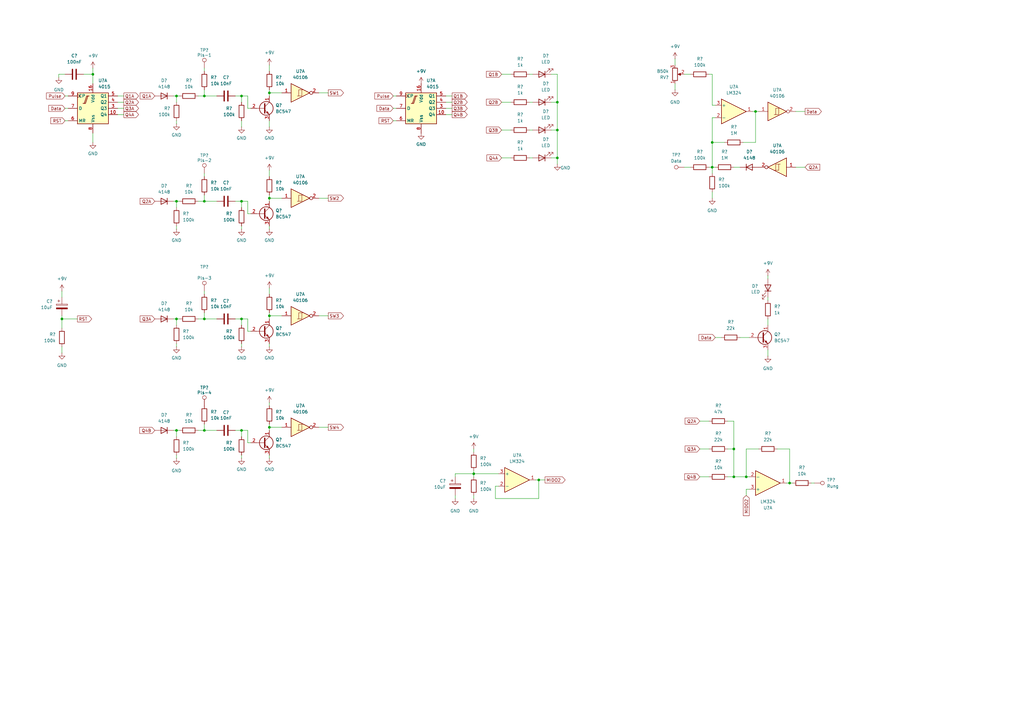
<source format=kicad_sch>
(kicad_sch (version 20250114) (generator "eeschema") (generator_version "9.0")
  (paper "A3")
  (lib_symbols
    (symbol "4xxx:40106" (pin_names (offset 1.016))
      (property "Reference" "U" (at 0 1.27 0))
      (property "Value" "40106" (at 0 -1.27 0))
      (symbol "40106_1_0"
        (pin input line (at -7.62 0 0) (length 3.81) (name "~") (number "1"))
        (pin output inverted (at 7.62 0 180) (length 3.81) (name "~") (number "2"))
      )
      (symbol "40106_2_0"
        (pin input line (at -7.62 0 0) (length 3.81) (name "~") (number "3"))
        (pin output inverted (at 7.62 0 180) (length 3.81) (name "~") (number "4"))
      )
      (symbol "40106_3_0"
        (pin input line (at -7.62 0 0) (length 3.81) (name "~") (number "5"))
        (pin output inverted (at 7.62 0 180) (length 3.81) (name "~") (number "6"))
      )
      (symbol "40106_4_0"
        (pin input line (at -7.62 0 0) (length 3.81) (name "~") (number "9"))
        (pin output inverted (at 7.62 0 180) (length 3.81) (name "~") (number "8"))
      )
      (symbol "40106_5_0"
        (pin input line (at -7.62 0 0) (length 3.81) (name "~") (number "11"))
        (pin output inverted (at 7.62 0 180) (length 3.81) (name "~") (number "10"))
      )
      (symbol "40106_6_0"
        (pin input line (at -7.62 0 0) (length 3.81) (name "~") (number "13"))
        (pin output inverted (at 7.62 0 180) (length 3.81) (name "~") (number "12"))
      )
      (symbol "40106_7_0"
        (pin power_in line (at 0 12.7 270) (length 5.08) (name "VDD") (number "14"))
        (pin power_in line (at 0 -12.7 90) (length 5.08) (name "VSS") (number "7"))
      )
    )
    (symbol "4xxx_IEEE:4015"
      (property "Reference" "U" (at 5.08 7.62 0))
      (property "Value" "4015" (at 6.35 -7.62 0))
      (symbol "4015_0_1"
        (pin power_in line (at 0 10.16 270) (length 3.81) (name "Vdd") (number "16"))
        (pin power_in line (at 0 -10.16 90) (length 3.81) (name "Vss") (number "8"))
      )
      (symbol "4015_1_1"
        (pin input clock (at -10.16 5.08 0) (length 3.81) (name "CP") (number "9"))
        (pin input line (at -10.16 0 0) (length 3.81) (name "D") (number "7"))
        (pin input line (at -10.16 -5.08 0) (length 3.81) (name "MR") (number "6"))
        (pin output line (at 10.16 5.08 180) (length 3.81) (name "Q1") (number "5"))
        (pin output line (at 10.16 2.54 180) (length 3.81) (name "Q2") (number "4"))
        (pin output line (at 10.16 0 180) (length 3.81) (name "Q3") (number "3"))
        (pin output line (at 10.16 -2.54 180) (length 3.81) (name "Q4") (number "10"))
      )
      (symbol "4015_2_1"
        (pin input clock (at -10.16 5.08 0) (length 3.81) (name "CP") (number "1"))
        (pin input line (at -10.16 0 0) (length 3.81) (name "D") (number "15"))
        (pin input line (at -10.16 -5.08 0) (length 3.81) (name "MR") (number "14"))
        (pin output line (at 10.16 5.08 180) (length 3.81) (name "Q1") (number "13"))
        (pin output line (at 10.16 2.54 180) (length 3.81) (name "Q2") (number "12"))
        (pin output line (at 10.16 0 180) (length 3.81) (name "Q3") (number "11"))
        (pin output line (at 10.16 -2.54 180) (length 3.81) (name "Q4") (number "2"))
      )
    )
    (symbol "Amplifier_Operational:LM324" (pin_names (offset 0.127))
      (property "Reference" "U" (at 0 5.08 0))
      (property "Value" "LM324" (at 0 -5.08 0))
      (symbol "LM324_1_1"
        (pin input line (at -7.62 2.54 0) (length 2.54) (name "+") (number "3"))
        (pin input line (at -7.62 -2.54 0) (length 2.54) (name "-") (number "2"))
        (pin output line (at 7.62 0 180) (length 2.54) (name "~") (number "1"))
      )
      (symbol "LM324_2_1"
        (pin input line (at -7.62 2.54 0) (length 2.54) (name "+") (number "5"))
        (pin input line (at -7.62 -2.54 0) (length 2.54) (name "-") (number "6"))
        (pin output line (at 7.62 0 180) (length 2.54) (name "~") (number "7"))
      )
      (symbol "LM324_3_1"
        (pin input line (at -7.62 2.54 0) (length 2.54) (name "+") (number "10"))
        (pin input line (at -7.62 -2.54 0) (length 2.54) (name "-") (number "9"))
        (pin output line (at 7.62 0 180) (length 2.54) (name "~") (number "8"))
      )
      (symbol "LM324_4_1"
        (pin input line (at -7.62 2.54 0) (length 2.54) (name "+") (number "12"))
        (pin input line (at -7.62 -2.54 0) (length 2.54) (name "-") (number "13"))
        (pin output line (at 7.62 0 180) (length 2.54) (name "~") (number "14"))
      )
      (symbol "LM324_5_1"
        (pin power_in line (at -2.54 7.62 270) (length 3.81) (name "V+") (number "4"))
        (pin power_in line (at -2.54 -7.62 90) (length 3.81) (name "V-") (number "11"))
      )
    )
    (symbol "Connector:TestPoint" (pin_numbers (hide yes)) (pin_names (offset 0.762) (hide yes))
      (property "Reference" "TP" (at 0 6.858 0))
      (property "Value" "TestPoint" (at 0 5.08 0))
      (symbol "TestPoint_1_1"
        (pin passive line (at 0 0 90) (length 2.54) (name "1") (number "1"))
      )
    )
    (symbol "Device:C" (pin_numbers (hide yes)) (pin_names (offset 0.254))
      (property "Reference" "C" (at 0.635 2.54 0))
      (property "Value" "C" (at 0.635 -2.54 0))
      (symbol "C_1_1"
        (pin passive line (at 0 3.81 270) (length 2.794) (name "~") (number "1"))
        (pin passive line (at 0 -3.81 90) (length 2.794) (name "~") (number "2"))
      )
    )
    (symbol "Device:C_Polarized" (pin_numbers (hide yes)) (pin_names (offset 0.254))
      (property "Reference" "C" (at 0.635 2.54 0))
      (property "Value" "C_Polarized" (at 0.635 -2.54 0))
      (symbol "C_Polarized_1_1"
        (pin passive line (at 0 3.81 270) (length 2.794) (name "~") (number "1"))
        (pin passive line (at 0 -3.81 90) (length 2.794) (name "~") (number "2"))
      )
    )
    (symbol "Device:LED" (pin_numbers (hide yes)) (pin_names (offset 1.016) (hide yes))
      (property "Reference" "D" (at 0 2.54 0))
      (property "Value" "LED" (at 0 -2.54 0))
      (symbol "LED_1_1"
        (pin passive line (at -3.81 0 0) (length 2.54) (name "K") (number "1"))
        (pin passive line (at 3.81 0 180) (length 2.54) (name "A") (number "2"))
      )
    )
    (symbol "Device:R" (pin_numbers (hide yes)) (pin_names (offset 0))
      (property "Reference" "R" (at 2.032 0 90))
      (property "Value" "R" (at 0 0 90))
      (symbol "R_1_1"
        (pin passive line (at 0 3.81 270) (length 1.27) (name "~") (number "1"))
        (pin passive line (at 0 -3.81 90) (length 1.27) (name "~") (number "2"))
      )
    )
    (symbol "Device:R_Potentiometer" (pin_names (offset 1.016) (hide yes))
      (property "Reference" "RV" (at -4.445 0 90))
      (property "Value" "R_Potentiometer" (at -2.54 0 90))
      (symbol "R_Potentiometer_1_1"
        (pin passive line (at 0 3.81 270) (length 1.27) (name "1") (number "1"))
        (pin passive line (at 0 -3.81 90) (length 1.27) (name "3") (number "3"))
        (pin passive line (at 3.81 0 180) (length 1.27) (name "2") (number "2"))
      )
    )
    (symbol "Diode:1N4148" (pin_numbers (hide yes)) (pin_names (hide yes))
      (property "Reference" "D" (at 0 2.54 0))
      (property "Value" "1N4148" (at 0 -2.54 0))
      (symbol "1N4148_1_1"
        (pin passive line (at -3.81 0 0) (length 2.54) (name "K") (number "1"))
        (pin passive line (at 3.81 0 180) (length 2.54) (name "A") (number "2"))
      )
    )
    (symbol "Transistor_BJT:BC547" (pin_names (offset 0) (hide yes))
      (property "Reference" "Q" (at 5.08 1.905 0))
      (property "Value" "BC547" (at 5.08 0 0))
      (symbol "BC547_1_1"
        (pin input line (at -5.08 0 0) (length 2.54) (name "B") (number "2"))
        (pin passive line (at 2.54 5.08 270) (length 2.54) (name "C") (number "1"))
        (pin passive line (at 2.54 -5.08 90) (length 2.54) (name "E") (number "3"))
      )
    )
    (symbol "power:+9V" (power) (pin_numbers (hide yes)) (pin_names (offset 0) (hide yes))
      (property "Value" "+9V" (at 0 3.556 0))
      (symbol "+9V_1_1"
        (pin power_in line (at 0 0 90) (length 0) (name "~") (number "1"))
      )
    )
    (symbol "power:GND" (power) (pin_numbers (hide yes)) (pin_names (offset 0) (hide yes))
      (property "Value" "GND" (at 0 -3.81 0))
      (symbol "GND_1_1"
        (pin power_in line (at 0 0 270) (length 0) (name "~") (number "1"))
      )
    )
  )
  (junction (at 228.6 53.34))
  (junction (at 292.1 68.58))
  (junction (at 83.82 39.37))
  (junction (at 300.99 195.58))
  (junction (at 72.39 82.55))
  (junction (at 99.06 176.53))
  (junction (at 99.06 82.55))
  (junction (at 99.06 39.37))
  (junction (at 72.39 176.53))
  (junction (at 25.4 130.81))
  (junction (at 83.82 176.53))
  (junction (at 110.49 129.54))
  (junction (at 72.39 130.81))
  (junction (at 83.82 82.55))
  (junction (at 292.1 58.42))
  (junction (at 323.85 198.12))
  (junction (at 38.1 30.48))
  (junction (at 309.88 45.72))
  (junction (at 300.99 184.15))
  (junction (at 110.49 81.28))
  (junction (at 72.39 39.37))
  (junction (at 228.6 64.77))
  (junction (at 228.6 41.91))
  (junction (at 99.06 130.81))
  (junction (at 110.49 38.1))
  (junction (at 220.98 196.85))
  (junction (at 83.82 130.81))
  (junction (at 194.31 194.31))
  (junction (at 306.07 195.58))
  (junction (at 110.49 175.26))
  (wire (pts (xy 228.6 30.48) (xy 228.6 41.91)))
  (wire (pts (xy 304.8 58.42) (xy 309.88 58.42)))
  (wire (pts (xy 72.39 176.53) (xy 73.66 176.53)))
  (wire (pts (xy 110.49 36.83) (xy 110.49 38.1)))
  (wire (pts (xy 306.07 184.15) (xy 306.07 195.58)))
  (wire (pts (xy 287.02 195.58) (xy 290.83 195.58)))
  (wire (pts (xy 72.39 82.55) (xy 73.66 82.55)))
  (wire (pts (xy 110.49 165.1) (xy 110.49 166.37)))
  (wire (pts (xy 194.31 203.2) (xy 194.31 204.47)))
  (wire (pts (xy 186.69 203.2) (xy 186.69 204.47)))
  (wire (pts (xy 83.82 128.27) (xy 83.82 130.81)))
  (wire (pts (xy 226.06 64.77) (xy 228.6 64.77)))
  (wire (pts (xy 72.39 186.69) (xy 72.39 187.96)))
  (wire (pts (xy 110.49 26.67) (xy 110.49 29.21)))
  (wire (pts (xy 203.2 204.47) (xy 220.98 204.47)))
  (wire (pts (xy 99.06 130.81) (xy 99.06 133.35)))
  (wire (pts (xy 298.45 195.58) (xy 300.99 195.58)))
  (wire (pts (xy 307.34 200.66) (xy 306.07 200.66)))
  (wire (pts (xy 72.39 82.55) (xy 72.39 85.09)))
  (wire (pts (xy 326.39 45.72) (xy 330.2 45.72)))
  (wire (pts (xy 323.85 198.12) (xy 322.58 198.12)))
  (wire (pts (xy 220.98 196.85) (xy 223.52 196.85)))
  (wire (pts (xy 72.39 130.81) (xy 73.66 130.81)))
  (wire (pts (xy 110.49 38.1) (xy 115.57 38.1)))
  (wire (pts (xy 314.96 143.51) (xy 314.96 146.05)))
  (wire (pts (xy 26.67 30.48) (xy 24.13 30.48)))
  (wire (pts (xy 110.49 140.97) (xy 110.49 142.24)))
  (wire (pts (xy 38.1 54.61) (xy 38.1 58.42)))
  (wire (pts (xy 130.81 129.54) (xy 134.62 129.54)))
  (wire (pts (xy 83.82 176.53) (xy 88.9 176.53)))
  (wire (pts (xy 83.82 82.55) (xy 88.9 82.55)))
  (wire (pts (xy 81.28 130.81) (xy 83.82 130.81)))
  (wire (pts (xy 83.82 80.01) (xy 83.82 82.55)))
  (wire (pts (xy 101.6 82.55) (xy 99.06 82.55)))
  (wire (pts (xy 101.6 44.45) (xy 101.6 39.37)))
  (wire (pts (xy 280.67 30.48) (xy 283.21 30.48)))
  (wire (pts (xy 311.15 184.15) (xy 306.07 184.15)))
  (wire (pts (xy 99.06 39.37) (xy 101.6 39.37)))
  (wire (pts (xy 326.39 68.58) (xy 330.2 68.58)))
  (wire (pts (xy 110.49 129.54) (xy 115.57 129.54)))
  (wire (pts (xy 26.67 39.37) (xy 27.94 39.37)))
  (wire (pts (xy 110.49 69.85) (xy 110.49 72.39)))
  (wire (pts (xy 287.02 184.15) (xy 290.83 184.15)))
  (wire (pts (xy 314.96 121.92) (xy 314.96 123.19)))
  (wire (pts (xy 130.81 175.26) (xy 134.62 175.26)))
  (wire (pts (xy 83.82 71.12) (xy 83.82 72.39)))
  (wire (pts (xy 25.4 119.38) (xy 25.4 121.92)))
  (wire (pts (xy 205.74 53.34) (xy 209.55 53.34)))
  (wire (pts (xy 34.29 30.48) (xy 38.1 30.48)))
  (wire (pts (xy 204.47 199.39) (xy 203.2 199.39)))
  (wire (pts (xy 292.1 30.48) (xy 290.83 30.48)))
  (wire (pts (xy 292.1 78.74) (xy 292.1 81.28)))
  (wire (pts (xy 102.87 181.61) (xy 101.6 181.61)))
  (wire (pts (xy 161.29 49.53) (xy 162.56 49.53)))
  (wire (pts (xy 130.81 38.1) (xy 134.62 38.1)))
  (wire (pts (xy 27.94 49.53) (xy 26.67 49.53)))
  (wire (pts (xy 99.06 39.37) (xy 96.52 39.37)))
  (wire (pts (xy 48.26 46.99) (xy 50.8 46.99)))
  (wire (pts (xy 186.69 194.31) (xy 186.69 195.58)))
  (wire (pts (xy 306.07 200.66) (xy 306.07 203.2)))
  (wire (pts (xy 182.88 41.91) (xy 185.42 41.91)))
  (wire (pts (xy 280.67 68.58) (xy 283.21 68.58)))
  (wire (pts (xy 194.31 184.15) (xy 194.31 185.42)))
  (wire (pts (xy 71.12 176.53) (xy 72.39 176.53)))
  (wire (pts (xy 130.81 81.28) (xy 134.62 81.28)))
  (wire (pts (xy 25.4 129.54) (xy 25.4 130.81)))
  (wire (pts (xy 110.49 118.11) (xy 110.49 120.65)))
  (wire (pts (xy 110.49 80.01) (xy 110.49 81.28)))
  (wire (pts (xy 72.39 140.97) (xy 72.39 142.24)))
  (wire (pts (xy 323.85 184.15) (xy 323.85 198.12)))
  (wire (pts (xy 72.39 176.53) (xy 72.39 179.07)))
  (wire (pts (xy 81.28 176.53) (xy 83.82 176.53)))
  (wire (pts (xy 300.99 172.72) (xy 300.99 184.15)))
  (wire (pts (xy 287.02 172.72) (xy 290.83 172.72)))
  (wire (pts (xy 71.12 39.37) (xy 72.39 39.37)))
  (wire (pts (xy 292.1 58.42) (xy 297.18 58.42)))
  (wire (pts (xy 81.28 39.37) (xy 83.82 39.37)))
  (wire (pts (xy 276.86 34.29) (xy 276.86 36.83)))
  (wire (pts (xy 102.87 135.89) (xy 101.6 135.89)))
  (wire (pts (xy 226.06 30.48) (xy 228.6 30.48)))
  (wire (pts (xy 182.88 39.37) (xy 185.42 39.37)))
  (wire (pts (xy 110.49 38.1) (xy 110.49 39.37)))
  (wire (pts (xy 72.39 49.53) (xy 72.39 50.8)))
  (wire (pts (xy 38.1 30.48) (xy 38.1 34.29)))
  (wire (pts (xy 26.67 44.45) (xy 27.94 44.45)))
  (wire (pts (xy 99.06 186.69) (xy 99.06 187.96)))
  (wire (pts (xy 203.2 199.39) (xy 203.2 204.47)))
  (wire (pts (xy 38.1 27.94) (xy 38.1 30.48)))
  (wire (pts (xy 161.29 39.37) (xy 162.56 39.37)))
  (wire (pts (xy 110.49 129.54) (xy 110.49 130.81)))
  (wire (pts (xy 194.31 194.31) (xy 186.69 194.31)))
  (wire (pts (xy 182.88 46.99) (xy 185.42 46.99)))
  (wire (pts (xy 83.82 27.94) (xy 83.82 29.21)))
  (wire (pts (xy 292.1 58.42) (xy 292.1 68.58)))
  (wire (pts (xy 96.52 176.53) (xy 99.06 176.53)))
  (wire (pts (xy 99.06 176.53) (xy 99.06 179.07)))
  (wire (pts (xy 71.12 82.55) (xy 72.39 82.55)))
  (wire (pts (xy 217.17 64.77) (xy 218.44 64.77)))
  (wire (pts (xy 325.12 198.12) (xy 323.85 198.12)))
  (wire (pts (xy 217.17 41.91) (xy 218.44 41.91)))
  (wire (pts (xy 205.74 41.91) (xy 209.55 41.91)))
  (wire (pts (xy 228.6 53.34) (xy 228.6 64.77)))
  (wire (pts (xy 48.26 44.45) (xy 50.8 44.45)))
  (wire (pts (xy 83.82 176.53) (xy 83.82 173.99)))
  (wire (pts (xy 83.82 36.83) (xy 83.82 39.37)))
  (wire (pts (xy 298.45 172.72) (xy 300.99 172.72)))
  (wire (pts (xy 99.06 49.53) (xy 99.06 52.07)))
  (wire (pts (xy 276.86 24.13) (xy 276.86 26.67)))
  (wire (pts (xy 83.82 39.37) (xy 88.9 39.37)))
  (wire (pts (xy 314.96 113.03) (xy 314.96 114.3)))
  (wire (pts (xy 25.4 130.81) (xy 25.4 134.62)))
  (wire (pts (xy 101.6 44.45) (xy 102.87 44.45)))
  (wire (pts (xy 72.39 39.37) (xy 72.39 41.91)))
  (wire (pts (xy 101.6 181.61) (xy 101.6 176.53)))
  (wire (pts (xy 293.37 138.43) (xy 295.91 138.43)))
  (wire (pts (xy 99.06 140.97) (xy 99.06 142.24)))
  (wire (pts (xy 110.49 186.69) (xy 110.49 187.96)))
  (wire (pts (xy 72.39 39.37) (xy 73.66 39.37)))
  (wire (pts (xy 99.06 92.71) (xy 99.06 93.98)))
  (wire (pts (xy 25.4 130.81) (xy 31.75 130.81)))
  (wire (pts (xy 205.74 30.48) (xy 209.55 30.48)))
  (wire (pts (xy 309.88 45.72) (xy 309.88 58.42)))
  (wire (pts (xy 194.31 194.31) (xy 204.47 194.31)))
  (wire (pts (xy 194.31 194.31) (xy 194.31 195.58)))
  (wire (pts (xy 292.1 30.48) (xy 292.1 43.18)))
  (wire (pts (xy 334.01 198.12) (xy 332.74 198.12)))
  (wire (pts (xy 205.74 64.77) (xy 209.55 64.77)))
  (wire (pts (xy 309.88 45.72) (xy 311.15 45.72)))
  (wire (pts (xy 292.1 68.58) (xy 293.37 68.58)))
  (wire (pts (xy 217.17 30.48) (xy 218.44 30.48)))
  (wire (pts (xy 292.1 43.18) (xy 293.37 43.18)))
  (wire (pts (xy 293.37 48.26) (xy 292.1 48.26)))
  (wire (pts (xy 99.06 39.37) (xy 99.06 41.91)))
  (wire (pts (xy 101.6 87.63) (xy 101.6 82.55)))
  (wire (pts (xy 101.6 130.81) (xy 99.06 130.81)))
  (wire (pts (xy 101.6 176.53) (xy 99.06 176.53)))
  (wire (pts (xy 300.99 195.58) (xy 306.07 195.58)))
  (wire (pts (xy 314.96 130.81) (xy 314.96 133.35)))
  (wire (pts (xy 306.07 195.58) (xy 307.34 195.58)))
  (wire (pts (xy 228.6 64.77) (xy 228.6 67.31)))
  (wire (pts (xy 101.6 135.89) (xy 101.6 130.81)))
  (wire (pts (xy 292.1 48.26) (xy 292.1 58.42)))
  (wire (pts (xy 83.82 119.38) (xy 83.82 120.65)))
  (wire (pts (xy 220.98 196.85) (xy 219.71 196.85)))
  (wire (pts (xy 48.26 41.91) (xy 50.8 41.91)))
  (wire (pts (xy 110.49 81.28) (xy 115.57 81.28)))
  (wire (pts (xy 110.49 92.71) (xy 110.49 93.98)))
  (wire (pts (xy 300.99 184.15) (xy 300.99 195.58)))
  (wire (pts (xy 81.28 82.55) (xy 83.82 82.55)))
  (wire (pts (xy 99.06 85.09) (xy 99.06 82.55)))
  (wire (pts (xy 290.83 68.58) (xy 292.1 68.58)))
  (wire (pts (xy 226.06 53.34) (xy 228.6 53.34)))
  (wire (pts (xy 220.98 204.47) (xy 220.98 196.85)))
  (wire (pts (xy 24.13 30.48) (xy 24.13 31.75)))
  (wire (pts (xy 228.6 41.91) (xy 228.6 53.34)))
  (wire (pts (xy 99.06 82.55) (xy 96.52 82.55)))
  (wire (pts (xy 102.87 87.63) (xy 101.6 87.63)))
  (wire (pts (xy 72.39 130.81) (xy 72.39 133.35)))
  (wire (pts (xy 110.49 81.28) (xy 110.49 82.55)))
  (wire (pts (xy 48.26 39.37) (xy 50.8 39.37)))
  (wire (pts (xy 161.29 44.45) (xy 162.56 44.45)))
  (wire (pts (xy 96.52 130.81) (xy 99.06 130.81)))
  (wire (pts (xy 226.06 41.91) (xy 228.6 41.91)))
  (wire (pts (xy 72.39 92.71) (xy 72.39 93.98)))
  (wire (pts (xy 182.88 44.45) (xy 185.42 44.45)))
  (wire (pts (xy 217.17 53.34) (xy 218.44 53.34)))
  (wire (pts (xy 318.77 184.15) (xy 323.85 184.15)))
  (wire (pts (xy 292.1 68.58) (xy 292.1 71.12)))
  (wire (pts (xy 110.49 175.26) (xy 115.57 175.26)))
  (wire (pts (xy 25.4 142.24) (xy 25.4 144.78)))
  (wire (pts (xy 194.31 193.04) (xy 194.31 194.31)))
  (wire (pts (xy 300.99 68.58) (xy 303.53 68.58)))
  (wire (pts (xy 303.53 138.43) (xy 307.34 138.43)))
  (wire (pts (xy 110.49 128.27) (xy 110.49 129.54)))
  (wire (pts (xy 110.49 49.53) (xy 110.49 52.07)))
  (wire (pts (xy 298.45 184.15) (xy 300.99 184.15)))
  (wire (pts (xy 110.49 175.26) (xy 110.49 176.53)))
  (wire (pts (xy 308.61 45.72) (xy 309.88 45.72)))
  (wire (pts (xy 110.49 173.99) (xy 110.49 175.26)))
  (wire (pts (xy 71.12 130.81) (xy 72.39 130.81)))
  (wire (pts (xy 83.82 130.81) (xy 88.9 130.81)))
  (global_label "Q4B" (shape input) (at 63.5 176.53 180) (property "Intersheetrefs" "${INTERSHEET_REFS}" (effects (hide yes))))
  (global_label "Q2A" (shape output) (at 50.8 41.91 0) (property "Intersheetrefs" "${INTERSHEET_REFS}" (effects (hide yes))))
  (global_label "Q1B" (shape output) (at 185.42 39.37 0) (property "Intersheetrefs" "${INTERSHEET_REFS}" (effects (hide yes))))
  (global_label "Data" (shape input) (at 161.29 44.45 180) (property "Intersheetrefs" "${INTERSHEET_REFS}" (effects (hide yes))))
  (global_label "Q1A" (shape input) (at 63.5 39.37 180) (property "Intersheetrefs" "${INTERSHEET_REFS}" (effects (hide yes))))
  (global_label "SW4" (shape output) (at 134.62 175.26 0) (property "Intersheetrefs" "${INTERSHEET_REFS}" (effects (hide yes))))
  (global_label "Q2A" (shape input) (at 330.2 68.58 0) (property "Intersheetrefs" "${INTERSHEET_REFS}" (effects (hide yes))))
  (global_label "Q1B" (shape input) (at 205.74 30.48 180) (property "Intersheetrefs" "${INTERSHEET_REFS}" (effects (hide yes))))
  (global_label "Q2B" (shape output) (at 185.42 41.91 0) (property "Intersheetrefs" "${INTERSHEET_REFS}" (effects (hide yes))))
  (global_label "SW3" (shape output) (at 134.62 129.54 0) (property "Intersheetrefs" "${INTERSHEET_REFS}" (effects (hide yes))))
  (global_label "Pulse" (shape input) (at 26.67 39.37 180) (property "Intersheetrefs" "${INTERSHEET_REFS}" (effects (hide yes))))
  (global_label "Q2B" (shape input) (at 205.74 41.91 180) (property "Intersheetrefs" "${INTERSHEET_REFS}" (effects (hide yes))))
  (global_label "Q4A" (shape output) (at 50.8 46.99 0) (property "Intersheetrefs" "${INTERSHEET_REFS}" (effects (hide yes))))
  (global_label "MIDO2" (shape output) (at 223.52 196.85 0) (property "Intersheetrefs" "${INTERSHEET_REFS}" (effects (hide yes))))
  (global_label "RST" (shape output) (at 31.75 130.81 0) (property "Intersheetrefs" "${INTERSHEET_REFS}" (effects (hide yes))))
  (global_label "Q3A" (shape input) (at 63.5 130.81 180) (property "Intersheetrefs" "${INTERSHEET_REFS}" (effects (hide yes))))
  (global_label "SW2" (shape output) (at 134.62 81.28 0) (property "Intersheetrefs" "${INTERSHEET_REFS}" (effects (hide yes))))
  (global_label "Q1A" (shape output) (at 50.8 39.37 0) (property "Intersheetrefs" "${INTERSHEET_REFS}" (effects (hide yes))))
  (global_label "Q3B" (shape output) (at 185.42 44.45 0) (property "Intersheetrefs" "${INTERSHEET_REFS}" (effects (hide yes))))
  (global_label "RST" (shape input) (at 26.67 49.53 180) (property "Intersheetrefs" "${INTERSHEET_REFS}" (effects (hide yes))))
  (global_label "Q4B" (shape output) (at 185.42 46.99 0) (property "Intersheetrefs" "${INTERSHEET_REFS}" (effects (hide yes))))
  (global_label "Q3B" (shape input) (at 205.74 53.34 180) (property "Intersheetrefs" "${INTERSHEET_REFS}" (effects (hide yes))))
  (global_label "Data" (shape input) (at 26.67 44.45 180) (property "Intersheetrefs" "${INTERSHEET_REFS}" (effects (hide yes))))
  (global_label "Q4A" (shape input) (at 205.74 64.77 180) (property "Intersheetrefs" "${INTERSHEET_REFS}" (effects (hide yes))))
  (global_label "SW1" (shape output) (at 134.62 38.1 0) (property "Intersheetrefs" "${INTERSHEET_REFS}" (effects (hide yes))))
  (global_label "Q2A" (shape input) (at 63.5 82.55 180) (property "Intersheetrefs" "${INTERSHEET_REFS}" (effects (hide yes))))
  (global_label "MIDO2" (shape input) (at 306.07 203.2 270) (property "Intersheetrefs" "${INTERSHEET_REFS}" (effects (hide yes))))
  (global_label "RST" (shape input) (at 161.29 49.53 180) (property "Intersheetrefs" "${INTERSHEET_REFS}" (effects (hide yes))))
  (global_label "Data" (shape input) (at 293.37 138.43 180) (property "Intersheetrefs" "${INTERSHEET_REFS}" (effects (hide yes))))
  (global_label "Pulse" (shape input) (at 161.29 39.37 180) (property "Intersheetrefs" "${INTERSHEET_REFS}" (effects (hide yes))))
  (global_label "Q3A" (shape output) (at 50.8 44.45 0) (property "Intersheetrefs" "${INTERSHEET_REFS}" (effects (hide yes))))
  (global_label "Data" (shape output) (at 330.2 45.72 0) (property "Intersheetrefs" "${INTERSHEET_REFS}" (effects (hide yes))))
  (global_label "Q3A" (shape input) (at 287.02 184.15 180) (property "Intersheetrefs" "${INTERSHEET_REFS}" (effects (hide yes))))
  (global_label "Q2A" (shape input) (at 287.02 172.72 180) (property "Intersheetrefs" "${INTERSHEET_REFS}" (effects (hide yes))))
  (global_label "Q4B" (shape input) (at 287.02 195.58 180) (property "Intersheetrefs" "${INTERSHEET_REFS}" (effects (hide yes))))
  (symbol (lib_id "Device:LED") (at 314.96 118.11 270) (mirror x) (unit 1)
    (property "Reference" "D?" (at 309.626 117.348 90))
    (property "Value" "LED" (at 309.88 119.6975 90))
    (property "Footprint" "diy-nabra:led" (effects (hide yes)))
    (property "Description" "Light emitting diode" (effects (hide yes)))
    (property "Sim.Pins" "1=K 2=A" (effects (hide yes)))
  )
  (symbol (lib_id "Diode:1N4148") (at 307.34 68.58 0) (unit 1)
    (property "Reference" "D?" (at 307.34 62.23 0))
    (property "Value" "4148" (at 307.34 64.77 0))
    (property "Footprint" "diy-nabra:do3" (effects (hide yes)))
    (property "Sim.Device" "D" (effects (hide yes)))
    (property "Sim.Pins" "1=K 2=A" (effects (hide yes)))
  )
  (symbol (lib_id "Device:R") (at 110.49 170.18 180) (unit 1)
    (property "Reference" "R?" (at 113.03 168.9099 0) (effects (justify right)))
    (property "Value" "10k" (at 113.03 171.4499 0) (effects (justify right)))
    (property "Footprint" "diy-nabra:r3" (effects (hide yes)))
    (property "Description" "Resistor" (effects (hide yes)))
  )
  (symbol (lib_id "Connector:TestPoint") (at 83.82 119.38 0) (unit 1)
    (property "Reference" "TP?" (at 83.82 109.474 0))
    (property "Value" "Pls-3" (at 83.82 114.046 0))
    (property "Footprint" "diy-nabra:wcirc3in" (effects (hide yes)))
    (property "Description" "test point" (effects (hide yes)))
  )
  (symbol (lib_id "Device:R") (at 294.64 184.15 90) (unit 1)
    (property "Reference" "R?" (at 294.64 177.8 90))
    (property "Value" "22k" (at 294.64 180.34 90))
    (property "Footprint" "diy-nabra:r3" (effects (hide yes)))
    (property "Description" "Resistor" (effects (hide yes)))
  )
  (symbol (lib_id "Device:C") (at 92.71 39.37 90) (unit 1)
    (property "Reference" "C?" (at 92.71 31.75 90))
    (property "Value" "10nF" (at 92.71 34.29 90))
    (property "Footprint" "diy-nabra:cpoly103" (effects (hide yes)))
    (property "Description" "Unpolarized capacitor" (effects (hide yes)))
  )
  (symbol (lib_id "Device:R_Potentiometer") (at 276.86 30.48 0) (mirror x) (unit 1)
    (property "Reference" "RV?" (at 274.32 31.7501 0) (effects (justify right)))
    (property "Value" "B50k" (at 274.32 29.2101 0) (effects (justify right)))
    (property "Footprint" "diy-nabra:wnob" (effects (hide yes)))
    (property "Description" "Potentiometer" (effects (hide yes)))
  )
  (symbol (lib_id "Device:R") (at 299.72 138.43 90) (unit 1)
    (property "Reference" "R?" (at 299.72 132.08 90))
    (property "Value" "22k" (at 299.72 134.62 90))
    (property "Footprint" "diy-nabra:r3" (effects (hide yes)))
    (property "Description" "Resistor" (effects (hide yes)))
  )
  (symbol (lib_id "Device:R") (at 314.96 127 180) (unit 1)
    (property "Reference" "R?" (at 317.5 125.7299 0) (effects (justify right)))
    (property "Value" "1k" (at 317.5 128.2699 0) (effects (justify right)))
    (property "Footprint" "diy-nabra:r3" (effects (hide yes)))
    (property "Description" "Resistor" (effects (hide yes)))
  )
  (symbol (lib_id "Connector:TestPoint") (at 83.82 166.37 0) (unit 1)
    (property "Reference" "TP?" (at 83.82 159.004 0))
    (property "Value" "Pls-4" (at 83.82 161.036 0))
    (property "Footprint" "diy-nabra:wcirc4in" (effects (hide yes)))
    (property "Description" "test point" (effects (hide yes)))
  )
  (symbol (lib_id "Device:C") (at 92.71 82.55 90) (unit 1)
    (property "Reference" "C?" (at 92.71 74.93 90))
    (property "Value" "10nF" (at 92.71 77.47 90))
    (property "Footprint" "diy-nabra:cpoly103" (effects (hide yes)))
    (property "Description" "Unpolarized capacitor" (effects (hide yes)))
  )
  (symbol (lib_id "power:+9V") (at 172.72 34.29 0) (unit 1)
    (property "Reference" "#PWR?" (effects (hide yes)))
    (property "Value" "+9V" (at 172.72 29.21 0))
    (property "Description" "Power symbol creates a global label with name \"+9V\"" (effects (hide yes)))
  )
  (symbol (lib_id "Device:R") (at 83.82 76.2 0) (unit 1)
    (property "Reference" "R?" (at 86.36 74.9299 0) (effects (justify left)))
    (property "Value" "10k" (at 86.36 77.4699 0) (effects (justify left)))
    (property "Footprint" "diy-nabra:r3" (effects (hide yes)))
    (property "Description" "Resistor" (effects (hide yes)))
  )
  (symbol (lib_id "power:GND") (at 38.1 58.42 0) (unit 1)
    (property "Reference" "#PWR?" (effects (hide yes)))
    (property "Value" "GND" (at 38.1 62.992 0))
    (property "Description" "Power symbol creates a global label with name \"GND\" , ground" (effects (hide yes)))
  )
  (symbol (lib_id "power:GND") (at 292.1 81.28 0) (unit 1)
    (property "Reference" "#PWR?" (effects (hide yes)))
    (property "Value" "GND" (at 292.1 86.36 0))
    (property "Description" "Power symbol creates a global label with name \"GND\" , ground" (effects (hide yes)))
  )
  (symbol (lib_id "Transistor_BJT:BC547") (at 107.95 44.45 0) (unit 1)
    (property "Reference" "Q?" (at 113.03 43.1799 0) (effects (justify left)))
    (property "Value" "BC547" (at 113.03 45.7199 0) (effects (justify left)))
    (property "Footprint" "diy-nabra:qnpn" (effects (hide yes)))
  )
  (symbol (lib_id "Amplifier_Operational:LM324") (at 212.09 196.85 0) (unit 1)
    (property "Reference" "U?" (at 212.09 186.69 0))
    (property "Value" "LM324" (at 212.09 189.23 0))
    (property "Footprint" "diy-nabra:dip14" (effects (hide yes)))
    (property "Datasheet" "http://www.ti.com/lit/ds/symlink/lm2902-n.pdf" (effects (hide yes)))
    (property "Description" "Low-Power, Quad-Operational Amplifiers, DIP-14/SOIC-14/SSOP-14" (effects (hide yes)))
  )
  (symbol (lib_id "power:GND") (at 72.39 50.8 0) (unit 1)
    (property "Reference" "#PWR?" (effects (hide yes)))
    (property "Value" "GND" (at 72.39 55.372 0))
    (property "Description" "Power symbol creates a global label with name \"GND\" , ground" (effects (hide yes)))
  )
  (symbol (lib_id "Device:R") (at 72.39 88.9 0) (unit 1)
    (property "Reference" "R?" (at 74.93 87.6299 0) (effects (justify left)))
    (property "Value" "100k" (at 74.93 90.1699 0) (effects (justify left)))
    (property "Footprint" "diy-nabra:r3" (effects (hide yes)))
    (property "Description" "Resistor" (effects (hide yes)))
  )
  (symbol (lib_id "power:GND") (at 110.49 93.98 0) (unit 1)
    (property "Reference" "#PWR?" (effects (hide yes)))
    (property "Value" "GND" (at 110.49 98.552 0))
    (property "Description" "Power symbol creates a global label with name \"GND\" , ground" (effects (hide yes)))
  )
  (symbol (lib_id "Diode:1N4148") (at 67.31 176.53 180) (unit 1)
    (property "Reference" "D?" (at 67.31 170.18 0))
    (property "Value" "4148" (at 67.31 172.72 0))
    (property "Footprint" "diy-nabra:do3" (effects (hide yes)))
    (property "Sim.Device" "D" (effects (hide yes)))
    (property "Sim.Pins" "1=K 2=A" (effects (hide yes)))
  )
  (symbol (lib_id "Device:R") (at 287.02 30.48 90) (unit 1)
    (property "Reference" "R?" (at 287.02 24.13 90))
    (property "Value" "100k" (at 287.02 26.67 90))
    (property "Footprint" "diy-nabra:r3" (effects (hide yes)))
    (property "Description" "Resistor" (effects (hide yes)))
  )
  (symbol (lib_id "Transistor_BJT:BC547") (at 107.95 135.89 0) (unit 1)
    (property "Reference" "Q?" (at 113.03 134.6199 0) (effects (justify left)))
    (property "Value" "BC547" (at 113.03 137.1599 0) (effects (justify left)))
    (property "Footprint" "diy-nabra:qnpn" (effects (hide yes)))
  )
  (symbol (lib_id "Device:R") (at 110.49 76.2 180) (unit 1)
    (property "Reference" "R?" (at 113.03 74.9299 0) (effects (justify right)))
    (property "Value" "10k" (at 113.03 77.4699 0) (effects (justify right)))
    (property "Footprint" "diy-nabra:r3" (effects (hide yes)))
    (property "Description" "Resistor" (effects (hide yes)))
  )
  (symbol (lib_id "4xxx_IEEE:4015") (at 38.1 44.45 0) (unit 1)
    (property "Reference" "U?" (at 40.2941 33.02 0) (effects (justify left)))
    (property "Value" "4015" (at 40.2941 35.56 0) (effects (justify left)))
    (property "Footprint" "diy-nabra:dip16" (effects (hide yes)))
  )
  (symbol (lib_id "Device:R") (at 77.47 82.55 90) (unit 1)
    (property "Reference" "R?" (at 77.47 76.2 90))
    (property "Value" "10k" (at 77.47 78.74 90))
    (property "Footprint" "diy-nabra:r3" (effects (hide yes)))
    (property "Description" "Resistor" (effects (hide yes)))
  )
  (symbol (lib_id "Device:LED") (at 222.25 41.91 180) (unit 1)
    (property "Reference" "D?" (at 223.8375 34.29 0))
    (property "Value" "LED" (at 223.8375 36.83 0))
    (property "Footprint" "diy-nabra:led" (effects (hide yes)))
    (property "Description" "Light emitting diode" (effects (hide yes)))
    (property "Sim.Pins" "1=K 2=A" (effects (hide yes)))
  )
  (symbol (lib_id "Device:R") (at 77.47 130.81 90) (unit 1)
    (property "Reference" "R?" (at 77.47 124.46 90))
    (property "Value" "10k" (at 77.47 127 90))
    (property "Footprint" "diy-nabra:r3" (effects (hide yes)))
    (property "Description" "Resistor" (effects (hide yes)))
  )
  (symbol (lib_id "Device:C") (at 30.48 30.48 90) (unit 1)
    (property "Reference" "C?" (at 30.48 22.86 90))
    (property "Value" "100nF" (at 30.48 25.4 90))
    (property "Footprint" "diy-nabra:cpoly104_small" (effects (hide yes)))
    (property "Description" "Unpolarized capacitor" (effects (hide yes)))
  )
  (symbol (lib_id "Device:R") (at 72.39 182.88 0) (unit 1)
    (property "Reference" "R?" (at 74.93 181.6099 0) (effects (justify left)))
    (property "Value" "100k" (at 74.93 184.1499 0) (effects (justify left)))
    (property "Footprint" "diy-nabra:r3" (effects (hide yes)))
    (property "Description" "Resistor" (effects (hide yes)))
  )
  (symbol (lib_id "power:GND") (at 99.06 187.96 0) (unit 1)
    (property "Reference" "#PWR?" (effects (hide yes)))
    (property "Value" "GND" (at 99.06 192.532 0))
    (property "Description" "Power symbol creates a global label with name \"GND\" , ground" (effects (hide yes)))
  )
  (symbol (lib_id "Device:R") (at 25.4 138.43 0) (mirror x) (unit 1)
    (property "Reference" "R?" (at 22.86 137.1599 0) (effects (justify right)))
    (property "Value" "100k" (at 22.86 139.6999 0) (effects (justify right)))
    (property "Footprint" "diy-nabra:r3" (effects (hide yes)))
    (property "Description" "Resistor" (effects (hide yes)))
  )
  (symbol (lib_id "power:GND") (at 314.96 146.05 0) (unit 1)
    (property "Reference" "#PWR?" (effects (hide yes)))
    (property "Value" "GND" (at 314.96 151.13 0))
    (property "Description" "Power symbol creates a global label with name \"GND\" , ground" (effects (hide yes)))
  )
  (symbol (lib_id "power:GND") (at 99.06 93.98 0) (unit 1)
    (property "Reference" "#PWR?" (effects (hide yes)))
    (property "Value" "GND" (at 99.06 98.552 0))
    (property "Description" "Power symbol creates a global label with name \"GND\" , ground" (effects (hide yes)))
  )
  (symbol (lib_id "power:+9V") (at 314.96 113.03 0) (unit 1)
    (property "Reference" "#PWR?" (effects (hide yes)))
    (property "Value" "+9V" (at 314.96 107.95 0))
    (property "Description" "Power symbol creates a global label with name \"+9V\"" (effects (hide yes)))
  )
  (symbol (lib_id "Device:LED") (at 222.25 53.34 180) (unit 1)
    (property "Reference" "D?" (at 223.8375 45.72 0))
    (property "Value" "LED" (at 223.8375 48.26 0))
    (property "Footprint" "diy-nabra:led" (effects (hide yes)))
    (property "Description" "Light emitting diode" (effects (hide yes)))
    (property "Sim.Pins" "1=K 2=A" (effects (hide yes)))
  )
  (symbol (lib_id "power:+9V") (at 276.86 24.13 0) (unit 1)
    (property "Reference" "#PWR?" (effects (hide yes)))
    (property "Value" "+9V" (at 276.86 19.05 0))
    (property "Description" "Power symbol creates a global label with name \"+9V\"" (effects (hide yes)))
  )
  (symbol (lib_id "Device:R") (at 72.39 45.72 0) (mirror x) (unit 1)
    (property "Reference" "R?" (at 69.85 44.4499 0) (effects (justify right)))
    (property "Value" "100k" (at 69.85 46.9899 0) (effects (justify right)))
    (property "Footprint" "diy-nabra:r3" (effects (hide yes)))
    (property "Description" "Resistor" (effects (hide yes)))
  )
  (symbol (lib_id "Device:R") (at 77.47 39.37 90) (unit 1)
    (property "Reference" "R?" (at 77.47 33.02 90))
    (property "Value" "10k" (at 77.47 35.56 90))
    (property "Footprint" "diy-nabra:r3" (effects (hide yes)))
    (property "Description" "Resistor" (effects (hide yes)))
  )
  (symbol (lib_id "Device:R") (at 99.06 182.88 0) (unit 1)
    (property "Reference" "R?" (at 93.98 181.61 0))
    (property "Value" "100k" (at 93.98 184.15 0))
    (property "Footprint" "diy-nabra:r3" (effects (hide yes)))
    (property "Description" "Resistor" (effects (hide yes)))
  )
  (symbol (lib_id "4xxx:40106") (at 318.77 45.72 0) (unit 1)
    (property "Reference" "U?" (at 318.77 36.83 0))
    (property "Value" "40106" (at 318.77 39.37 0))
    (property "Footprint" "diy-nabra:dip14" (effects (hide yes)))
    (property "Datasheet" "https://assets.nexperia.com/documents/data-sheet/HEF40106B.pdf" (effects (hide yes)))
    (property "Description" "Hex Schmitt trigger inverter" (effects (hide yes)))
  )
  (symbol (lib_id "Device:R") (at 99.06 137.16 0) (unit 1)
    (property "Reference" "R?" (at 93.98 135.89 0))
    (property "Value" "100k" (at 93.98 138.43 0))
    (property "Footprint" "diy-nabra:r3" (effects (hide yes)))
    (property "Description" "Resistor" (effects (hide yes)))
  )
  (symbol (lib_id "Connector:TestPoint") (at 280.67 68.58 90) (unit 1)
    (property "Reference" "TP?" (at 277.368 63.5 90))
    (property "Value" "Data" (at 277.368 66.04 90))
    (property "Footprint" "diy-nabra:wtrin" (effects (hide yes)))
    (property "Description" "test point" (effects (hide yes)))
  )
  (symbol (lib_id "4xxx:40106") (at 123.19 175.26 0) (unit 1)
    (property "Reference" "U?" (at 123.19 166.37 0))
    (property "Value" "40106" (at 123.19 168.91 0))
    (property "Footprint" "diy-nabra:dip14" (effects (hide yes)))
    (property "Datasheet" "https://assets.nexperia.com/documents/data-sheet/HEF40106B.pdf" (effects (hide yes)))
    (property "Description" "Hex Schmitt trigger inverter" (effects (hide yes)))
  )
  (symbol (lib_id "power:GND") (at 110.49 142.24 0) (unit 1)
    (property "Reference" "#PWR?" (effects (hide yes)))
    (property "Value" "GND" (at 110.49 146.812 0))
    (property "Description" "Power symbol creates a global label with name \"GND\" , ground" (effects (hide yes)))
  )
  (symbol (lib_id "Transistor_BJT:BC547") (at 312.42 138.43 0) (unit 1)
    (property "Reference" "Q?" (at 317.5 137.1599 0) (effects (justify left)))
    (property "Value" "BC547" (at 317.5 139.6999 0) (effects (justify left)))
    (property "Footprint" "diy-nabra:qnpn" (effects (hide yes)))
  )
  (symbol (lib_id "Device:R") (at 83.82 124.46 0) (unit 1)
    (property "Reference" "R?" (at 86.36 123.1899 0) (effects (justify left)))
    (property "Value" "10k" (at 86.36 125.7299 0) (effects (justify left)))
    (property "Footprint" "diy-nabra:r3" (effects (hide yes)))
    (property "Description" "Resistor" (effects (hide yes)))
  )
  (symbol (lib_id "Device:R") (at 294.64 195.58 90) (unit 1)
    (property "Reference" "R?" (at 294.64 189.23 90))
    (property "Value" "10k" (at 294.64 191.77 90))
    (property "Footprint" "diy-nabra:r3" (effects (hide yes)))
    (property "Description" "Resistor" (effects (hide yes)))
  )
  (symbol (lib_id "4xxx_IEEE:4015") (at 172.72 44.45 0) (unit 1)
    (property "Reference" "U?" (at 174.9141 33.02 0) (effects (justify left)))
    (property "Value" "4015" (at 174.9141 35.56 0) (effects (justify left)))
    (property "Footprint" "diy-nabra:dip16" (effects (hide yes)))
  )
  (symbol (lib_id "Device:R") (at 83.82 170.18 0) (unit 1)
    (property "Reference" "R?" (at 86.36 168.9099 0) (effects (justify left)))
    (property "Value" "10k" (at 86.36 171.4499 0) (effects (justify left)))
    (property "Footprint" "diy-nabra:r3" (effects (hide yes)))
    (property "Description" "Resistor" (effects (hide yes)))
  )
  (symbol (lib_id "Transistor_BJT:BC547") (at 107.95 181.61 0) (unit 1)
    (property "Reference" "Q?" (at 113.03 180.3399 0) (effects (justify left)))
    (property "Value" "BC547" (at 113.03 182.8799 0) (effects (justify left)))
    (property "Footprint" "diy-nabra:qnpn" (effects (hide yes)))
  )
  (symbol (lib_id "Device:C") (at 92.71 176.53 90) (unit 1)
    (property "Reference" "C?" (at 92.71 169.164 90))
    (property "Value" "10nF" (at 92.71 171.45 90))
    (property "Footprint" "diy-nabra:cpoly103" (effects (hide yes)))
    (property "Description" "Unpolarized capacitor" (effects (hide yes)))
  )
  (symbol (lib_id "power:+9V") (at 110.49 118.11 0) (unit 1)
    (property "Reference" "#PWR?" (effects (hide yes)))
    (property "Value" "+9V" (at 110.49 113.03 0))
    (property "Description" "Power symbol creates a global label with name \"+9V\"" (effects (hide yes)))
  )
  (symbol (lib_id "power:GND") (at 72.39 187.96 0) (unit 1)
    (property "Reference" "#PWR?" (effects (hide yes)))
    (property "Value" "GND" (at 72.39 193.04 0))
    (property "Description" "Power symbol creates a global label with name \"GND\" , ground" (effects (hide yes)))
  )
  (symbol (lib_id "power:GND") (at 99.06 52.07 0) (unit 1)
    (property "Reference" "#PWR?" (effects (hide yes)))
    (property "Value" "GND" (at 99.06 56.642 0))
    (property "Description" "Power symbol creates a global label with name \"GND\" , ground" (effects (hide yes)))
  )
  (symbol (lib_id "power:GND") (at 110.49 52.07 0) (unit 1)
    (property "Reference" "#PWR?" (effects (hide yes)))
    (property "Value" "GND" (at 110.49 56.642 0))
    (property "Description" "Power symbol creates a global label with name \"GND\" , ground" (effects (hide yes)))
  )
  (symbol (lib_id "power:+9V") (at 194.31 184.15 0) (unit 1)
    (property "Reference" "#PWR?" (effects (hide yes)))
    (property "Value" "+9V" (at 194.31 179.07 0))
    (property "Description" "Power symbol creates a global label with name \"+9V\"" (effects (hide yes)))
  )
  (symbol (lib_id "Device:R") (at 314.96 184.15 90) (unit 1)
    (property "Reference" "R?" (at 314.96 177.8 90))
    (property "Value" "22k" (at 314.96 180.34 90))
    (property "Footprint" "diy-nabra:r3" (effects (hide yes)))
    (property "Description" "Resistor" (effects (hide yes)))
  )
  (symbol (lib_id "power:+9V") (at 38.1 27.94 0) (unit 1)
    (property "Reference" "#PWR?" (effects (hide yes)))
    (property "Value" "+9V" (at 38.1 22.86 0))
    (property "Description" "Power symbol creates a global label with name \"+9V\"" (effects (hide yes)))
  )
  (symbol (lib_id "Transistor_BJT:BC547") (at 107.95 87.63 0) (unit 1)
    (property "Reference" "Q?" (at 113.03 86.3599 0) (effects (justify left)))
    (property "Value" "BC547" (at 113.03 88.8999 0) (effects (justify left)))
    (property "Footprint" "diy-nabra:qnpn" (effects (hide yes)))
  )
  (symbol (lib_id "Amplifier_Operational:LM324") (at 300.99 45.72 0) (unit 1)
    (property "Reference" "U?" (at 300.99 35.56 0))
    (property "Value" "LM324" (at 300.99 38.1 0))
    (property "Footprint" "diy-nabra:dip14" (effects (hide yes)))
    (property "Datasheet" "http://www.ti.com/lit/ds/symlink/lm2902-n.pdf" (effects (hide yes)))
    (property "Description" "Low-Power, Quad-Operational Amplifiers, DIP-14/SOIC-14/SSOP-14" (effects (hide yes)))
  )
  (symbol (lib_id "Device:R") (at 110.49 33.02 180) (unit 1)
    (property "Reference" "R?" (at 113.03 31.7499 0) (effects (justify right)))
    (property "Value" "10k" (at 113.03 34.2899 0) (effects (justify right)))
    (property "Footprint" "diy-nabra:r3" (effects (hide yes)))
    (property "Description" "Resistor" (effects (hide yes)))
  )
  (symbol (lib_id "power:GND") (at 186.69 204.47 0) (unit 1)
    (property "Reference" "#PWR?" (effects (hide yes)))
    (property "Value" "GND" (at 186.69 209.55 0))
    (property "Description" "Power symbol creates a global label with name \"GND\" , ground" (effects (hide yes)))
  )
  (symbol (lib_id "Device:R") (at 194.31 189.23 180) (unit 1)
    (property "Reference" "R?" (at 196.85 187.9599 0) (effects (justify right)))
    (property "Value" "100k" (at 196.85 190.4999 0) (effects (justify right)))
    (property "Footprint" "diy-nabra:r3" (effects (hide yes)))
    (property "Description" "Resistor" (effects (hide yes)))
  )
  (symbol (lib_id "Device:R") (at 328.93 198.12 270) (unit 1)
    (property "Reference" "R?" (at 328.93 191.77 90))
    (property "Value" "10k" (at 328.93 194.31 90))
    (property "Footprint" "diy-nabra:r3" (effects (hide yes)))
    (property "Description" "Resistor" (effects (hide yes)))
  )
  (symbol (lib_id "Connector:TestPoint") (at 83.82 71.12 0) (unit 1)
    (property "Reference" "TP?" (at 83.82 63.754 0))
    (property "Value" "Pls-2" (at 83.82 65.786 0))
    (property "Footprint" "diy-nabra:wcirc2in" (effects (hide yes)))
    (property "Description" "test point" (effects (hide yes)))
  )
  (symbol (lib_id "Device:R") (at 72.39 137.16 0) (unit 1)
    (property "Reference" "R?" (at 74.93 135.8899 0) (effects (justify left)))
    (property "Value" "100k" (at 74.93 138.4299 0) (effects (justify left)))
    (property "Footprint" "diy-nabra:r3" (effects (hide yes)))
    (property "Description" "Resistor" (effects (hide yes)))
  )
  (symbol (lib_id "Device:R") (at 194.31 199.39 180) (unit 1)
    (property "Reference" "R?" (at 196.85 198.1199 0) (effects (justify right)))
    (property "Value" "100k" (at 196.85 200.6599 0) (effects (justify right)))
    (property "Footprint" "diy-nabra:r3" (effects (hide yes)))
    (property "Description" "Resistor" (effects (hide yes)))
  )
  (symbol (lib_id "Device:C") (at 92.71 130.81 90) (unit 1)
    (property "Reference" "C?" (at 92.71 123.444 90))
    (property "Value" "10nF" (at 92.71 125.73 90))
    (property "Footprint" "diy-nabra:cpoly103" (effects (hide yes)))
    (property "Description" "Unpolarized capacitor" (effects (hide yes)))
  )
  (symbol (lib_id "power:GND") (at 24.13 31.75 0) (unit 1)
    (property "Reference" "#PWR?" (effects (hide yes)))
    (property "Value" "GND" (at 24.13 36.83 0))
    (property "Description" "Power symbol creates a global label with name \"GND\" , ground" (effects (hide yes)))
  )
  (symbol (lib_id "power:+9V") (at 110.49 69.85 0) (unit 1)
    (property "Reference" "#PWR?" (effects (hide yes)))
    (property "Value" "+9V" (at 110.49 64.77 0))
    (property "Description" "Power symbol creates a global label with name \"+9V\"" (effects (hide yes)))
  )
  (symbol (lib_id "Device:R") (at 77.47 176.53 90) (unit 1)
    (property "Reference" "R?" (at 77.47 170.18 90))
    (property "Value" "10k" (at 77.47 172.72 90))
    (property "Footprint" "diy-nabra:r3" (effects (hide yes)))
    (property "Description" "Resistor" (effects (hide yes)))
  )
  (symbol (lib_id "4xxx:40106") (at 123.19 81.28 0) (unit 1)
    (property "Reference" "U?" (at 123.19 72.39 0))
    (property "Value" "40106" (at 123.19 74.93 0))
    (property "Footprint" "diy-nabra:dip14" (effects (hide yes)))
    (property "Datasheet" "https://assets.nexperia.com/documents/data-sheet/HEF40106B.pdf" (effects (hide yes)))
    (property "Description" "Hex Schmitt trigger inverter" (effects (hide yes)))
  )
  (symbol (lib_id "Connector:TestPoint") (at 334.01 198.12 270) (unit 1)
    (property "Reference" "TP?" (at 339.09 196.8499 90) (effects (justify left)))
    (property "Value" "Rung" (at 339.09 199.3899 90) (effects (justify left)))
    (property "Footprint" "diy-nabra:wsqout" (effects (hide yes)))
    (property "Description" "test point" (effects (hide yes)))
  )
  (symbol (lib_id "Device:R") (at 292.1 74.93 180) (unit 1)
    (property "Reference" "R?" (at 294.64 73.6599 0) (effects (justify right)))
    (property "Value" "100k" (at 294.64 76.1999 0) (effects (justify right)))
    (property "Footprint" "diy-nabra:r3" (effects (hide yes)))
    (property "Description" "Resistor" (effects (hide yes)))
  )
  (symbol (lib_id "Device:R") (at 83.82 33.02 180) (unit 1)
    (property "Reference" "R?" (at 86.36 31.7499 0) (effects (justify right)))
    (property "Value" "10k" (at 86.36 34.2899 0) (effects (justify right)))
    (property "Footprint" "diy-nabra:r3" (effects (hide yes)))
    (property "Description" "Resistor" (effects (hide yes)))
  )
  (symbol (lib_id "power:GND") (at 276.86 36.83 0) (unit 1)
    (property "Reference" "#PWR?" (effects (hide yes)))
    (property "Value" "GND" (at 276.86 41.91 0))
    (property "Description" "Power symbol creates a global label with name \"GND\" , ground" (effects (hide yes)))
  )
  (symbol (lib_id "power:+9V") (at 110.49 165.1 0) (unit 1)
    (property "Reference" "#PWR?" (effects (hide yes)))
    (property "Value" "+9V" (at 110.49 160.02 0))
    (property "Description" "Power symbol creates a global label with name \"+9V\"" (effects (hide yes)))
  )
  (symbol (lib_id "power:GND") (at 72.39 93.98 0) (unit 1)
    (property "Reference" "#PWR?" (effects (hide yes)))
    (property "Value" "GND" (at 72.39 98.552 0))
    (property "Description" "Power symbol creates a global label with name \"GND\" , ground" (effects (hide yes)))
  )
  (symbol (lib_id "power:GND") (at 99.06 142.24 0) (unit 1)
    (property "Reference" "#PWR?" (effects (hide yes)))
    (property "Value" "GND" (at 99.06 146.812 0))
    (property "Description" "Power symbol creates a global label with name \"GND\" , ground" (effects (hide yes)))
  )
  (symbol (lib_id "Device:R") (at 213.36 64.77 270) (unit 1)
    (property "Reference" "R?" (at 213.36 58.42 90))
    (property "Value" "1k" (at 213.36 60.96 90))
    (property "Footprint" "diy-nabra:r3" (effects (hide yes)))
    (property "Description" "Resistor" (effects (hide yes)))
  )
  (symbol (lib_id "Device:C_Polarized") (at 186.69 199.39 0) (unit 1)
    (property "Reference" "C?" (at 182.88 197.2309 0) (effects (justify right)))
    (property "Value" "10uF" (at 182.88 199.7709 0) (effects (justify right)))
    (property "Footprint" "diy-nabra:cel1" (effects (hide yes)))
    (property "Description" "Polarized capacitor" (effects (hide yes)))
  )
  (symbol (lib_id "Device:R") (at 99.06 45.72 0) (unit 1)
    (property "Reference" "R?" (at 93.98 44.45 0))
    (property "Value" "100k" (at 93.98 46.99 0))
    (property "Footprint" "diy-nabra:r3" (effects (hide yes)))
    (property "Description" "Resistor" (effects (hide yes)))
  )
  (symbol (lib_id "Device:R") (at 287.02 68.58 90) (unit 1)
    (property "Reference" "R?" (at 287.02 62.23 90))
    (property "Value" "100k" (at 287.02 64.77 90))
    (property "Footprint" "diy-nabra:r3" (effects (hide yes)))
    (property "Description" "Resistor" (effects (hide yes)))
  )
  (symbol (lib_id "power:GND") (at 72.39 142.24 0) (unit 1)
    (property "Reference" "#PWR?" (effects (hide yes)))
    (property "Value" "GND" (at 72.39 146.812 0))
    (property "Description" "Power symbol creates a global label with name \"GND\" , ground" (effects (hide yes)))
  )
  (symbol (lib_id "power:+9V") (at 25.4 119.38 0) (unit 1)
    (property "Reference" "#PWR?" (effects (hide yes)))
    (property "Value" "+9V" (at 25.4 114.3 0))
    (property "Description" "Power symbol creates a global label with name \"+9V\"" (effects (hide yes)))
  )
  (symbol (lib_id "Device:R") (at 297.18 68.58 90) (unit 1)
    (property "Reference" "R?" (at 297.18 62.23 90))
    (property "Value" "1M" (at 297.18 64.77 90))
    (property "Footprint" "diy-nabra:r3" (effects (hide yes)))
    (property "Description" "Resistor" (effects (hide yes)))
  )
  (symbol (lib_id "Device:LED") (at 222.25 64.77 180) (unit 1)
    (property "Reference" "D?" (at 223.8375 57.15 0))
    (property "Value" "LED" (at 223.8375 59.69 0))
    (property "Footprint" "diy-nabra:led" (effects (hide yes)))
    (property "Description" "Light emitting diode" (effects (hide yes)))
    (property "Sim.Pins" "1=K 2=A" (effects (hide yes)))
  )
  (symbol (lib_id "Amplifier_Operational:LM324") (at 314.96 198.12 0) (mirror x) (unit 1)
    (property "Reference" "U?" (at 314.96 208.28 0))
    (property "Value" "LM324" (at 314.96 205.74 0))
    (property "Footprint" "diy-nabra:dip14" (effects (hide yes)))
    (property "Datasheet" "http://www.ti.com/lit/ds/symlink/lm2902-n.pdf" (effects (hide yes)))
    (property "Description" "Low-Power, Quad-Operational Amplifiers, DIP-14/SOIC-14/SSOP-14" (effects (hide yes)))
  )
  (symbol (lib_id "Connector:TestPoint") (at 83.82 27.94 0) (unit 1)
    (property "Reference" "TP?" (at 83.82 20.574 0))
    (property "Value" "Pls-1" (at 83.82 22.606 0))
    (property "Footprint" "diy-nabra:wcircin" (effects (hide yes)))
    (property "Description" "test point" (effects (hide yes)))
  )
  (symbol (lib_id "power:GND") (at 194.31 204.47 0) (unit 1)
    (property "Reference" "#PWR?" (effects (hide yes)))
    (property "Value" "GND" (at 194.31 209.55 0))
    (property "Description" "Power symbol creates a global label with name \"GND\" , ground" (effects (hide yes)))
  )
  (symbol (lib_id "Device:LED") (at 222.25 30.48 180) (unit 1)
    (property "Reference" "D?" (at 223.8375 22.86 0))
    (property "Value" "LED" (at 223.8375 25.4 0))
    (property "Footprint" "diy-nabra:led" (effects (hide yes)))
    (property "Description" "Light emitting diode" (effects (hide yes)))
    (property "Sim.Pins" "1=K 2=A" (effects (hide yes)))
  )
  (symbol (lib_id "4xxx:40106") (at 123.19 38.1 0) (unit 1)
    (property "Reference" "U?" (at 123.19 29.21 0))
    (property "Value" "40106" (at 123.19 31.75 0))
    (property "Footprint" "diy-nabra:dip14" (effects (hide yes)))
    (property "Datasheet" "https://assets.nexperia.com/documents/data-sheet/HEF40106B.pdf" (effects (hide yes)))
    (property "Description" "Hex Schmitt trigger inverter" (effects (hide yes)))
  )
  (symbol (lib_id "Diode:1N4148") (at 67.31 130.81 180) (unit 1)
    (property "Reference" "D?" (at 67.31 124.46 0))
    (property "Value" "4148" (at 67.31 127 0))
    (property "Footprint" "diy-nabra:do3" (effects (hide yes)))
    (property "Sim.Device" "D" (effects (hide yes)))
    (property "Sim.Pins" "1=K 2=A" (effects (hide yes)))
  )
  (symbol (lib_id "4xxx:40106") (at 123.19 129.54 0) (unit 1)
    (property "Reference" "U?" (at 123.19 120.65 0))
    (property "Value" "40106" (at 123.19 123.19 0))
    (property "Footprint" "diy-nabra:dip14" (effects (hide yes)))
    (property "Datasheet" "https://assets.nexperia.com/documents/data-sheet/HEF40106B.pdf" (effects (hide yes)))
    (property "Description" "Hex Schmitt trigger inverter" (effects (hide yes)))
  )
  (symbol (lib_id "Diode:1N4148") (at 67.31 82.55 180) (unit 1)
    (property "Reference" "D?" (at 67.31 76.2 0))
    (property "Value" "4148" (at 67.31 78.74 0))
    (property "Footprint" "diy-nabra:do3" (effects (hide yes)))
    (property "Sim.Device" "D" (effects (hide yes)))
    (property "Sim.Pins" "1=K 2=A" (effects (hide yes)))
  )
  (symbol (lib_id "Diode:1N4148") (at 67.31 39.37 180) (unit 1)
    (property "Reference" "D?" (at 67.31 33.02 0))
    (property "Value" "4148" (at 67.31 35.56 0))
    (property "Footprint" "diy-nabra:do3" (effects (hide yes)))
    (property "Sim.Device" "D" (effects (hide yes)))
    (property "Sim.Pins" "1=K 2=A" (effects (hide yes)))
  )
  (symbol (lib_id "Device:R") (at 213.36 30.48 270) (unit 1)
    (property "Reference" "R?" (at 213.36 24.13 90))
    (property "Value" "1k" (at 213.36 26.67 90))
    (property "Footprint" "diy-nabra:r3" (effects (hide yes)))
    (property "Description" "Resistor" (effects (hide yes)))
  )
  (symbol (lib_id "Device:R") (at 110.49 124.46 180) (unit 1)
    (property "Reference" "R?" (at 113.03 123.1899 0) (effects (justify right)))
    (property "Value" "10k" (at 113.03 125.7299 0) (effects (justify right)))
    (property "Footprint" "diy-nabra:r3" (effects (hide yes)))
    (property "Description" "Resistor" (effects (hide yes)))
  )
  (symbol (lib_id "Device:R") (at 213.36 41.91 270) (unit 1)
    (property "Reference" "R?" (at 213.36 35.56 90))
    (property "Value" "1k" (at 213.36 38.1 90))
    (property "Footprint" "diy-nabra:r3" (effects (hide yes)))
    (property "Description" "Resistor" (effects (hide yes)))
  )
  (symbol (lib_id "power:+9V") (at 110.49 26.67 0) (unit 1)
    (property "Reference" "#PWR?" (effects (hide yes)))
    (property "Value" "+9V" (at 110.49 21.59 0))
    (property "Description" "Power symbol creates a global label with name \"+9V\"" (effects (hide yes)))
  )
  (symbol (lib_id "power:GND") (at 228.6 67.31 0) (unit 1)
    (property "Reference" "#PWR?" (effects (hide yes)))
    (property "Value" "GND" (at 231.902 68.834 0))
    (property "Description" "Power symbol creates a global label with name \"GND\" , ground" (effects (hide yes)))
  )
  (symbol (lib_id "Device:R") (at 300.99 58.42 90) (unit 1)
    (property "Reference" "R?" (at 300.99 52.07 90))
    (property "Value" "1M" (at 300.99 54.61 90))
    (property "Footprint" "diy-nabra:r3" (effects (hide yes)))
    (property "Description" "Resistor" (effects (hide yes)))
  )
  (symbol (lib_id "Device:C_Polarized") (at 25.4 125.73 0) (unit 1)
    (property "Reference" "C?" (at 21.59 123.5709 0) (effects (justify right)))
    (property "Value" "10uF" (at 21.59 126.1109 0) (effects (justify right)))
    (property "Footprint" "diy-nabra:cel1" (effects (hide yes)))
    (property "Description" "Polarized capacitor" (effects (hide yes)))
  )
  (symbol (lib_id "power:GND") (at 172.72 54.61 0) (unit 1)
    (property "Reference" "#PWR?" (effects (hide yes)))
    (property "Value" "GND" (at 172.72 59.182 0))
    (property "Description" "Power symbol creates a global label with name \"GND\" , ground" (effects (hide yes)))
  )
  (symbol (lib_id "power:GND") (at 25.4 144.78 0) (unit 1)
    (property "Reference" "#PWR?" (effects (hide yes)))
    (property "Value" "GND" (at 25.4 149.86 0))
    (property "Description" "Power symbol creates a global label with name \"GND\" , ground" (effects (hide yes)))
  )
  (symbol (lib_id "Device:R") (at 213.36 53.34 270) (unit 1)
    (property "Reference" "R?" (at 213.36 46.99 90))
    (property "Value" "1k" (at 213.36 49.53 90))
    (property "Footprint" "diy-nabra:r3" (effects (hide yes)))
    (property "Description" "Resistor" (effects (hide yes)))
  )
  (symbol (lib_id "Device:R") (at 99.06 88.9 0) (unit 1)
    (property "Reference" "R?" (at 93.98 87.63 0))
    (property "Value" "100k" (at 93.98 90.17 0))
    (property "Footprint" "diy-nabra:r3" (effects (hide yes)))
    (property "Description" "Resistor" (effects (hide yes)))
  )
  (symbol (lib_id "power:GND") (at 110.49 187.96 0) (unit 1)
    (property "Reference" "#PWR?" (effects (hide yes)))
    (property "Value" "GND" (at 110.49 192.532 0))
    (property "Description" "Power symbol creates a global label with name \"GND\" , ground" (effects (hide yes)))
  )
  (symbol (lib_id "4xxx:40106") (at 318.77 68.58 180) (unit 1)
    (property "Reference" "U?" (at 318.77 59.69 0))
    (property "Value" "40106" (at 318.77 62.23 0))
    (property "Footprint" "diy-nabra:dip14" (effects (hide yes)))
    (property "Datasheet" "https://assets.nexperia.com/documents/data-sheet/HEF40106B.pdf" (effects (hide yes)))
    (property "Description" "Hex Schmitt trigger inverter" (effects (hide yes)))
  )
  (symbol (lib_id "Device:R") (at 294.64 172.72 90) (unit 1)
    (property "Reference" "R?" (at 294.64 166.37 90))
    (property "Value" "47k" (at 294.64 168.91 90))
    (property "Footprint" "diy-nabra:r3" (effects (hide yes)))
    (property "Description" "Resistor" (effects (hide yes)))
  )
)
</source>
